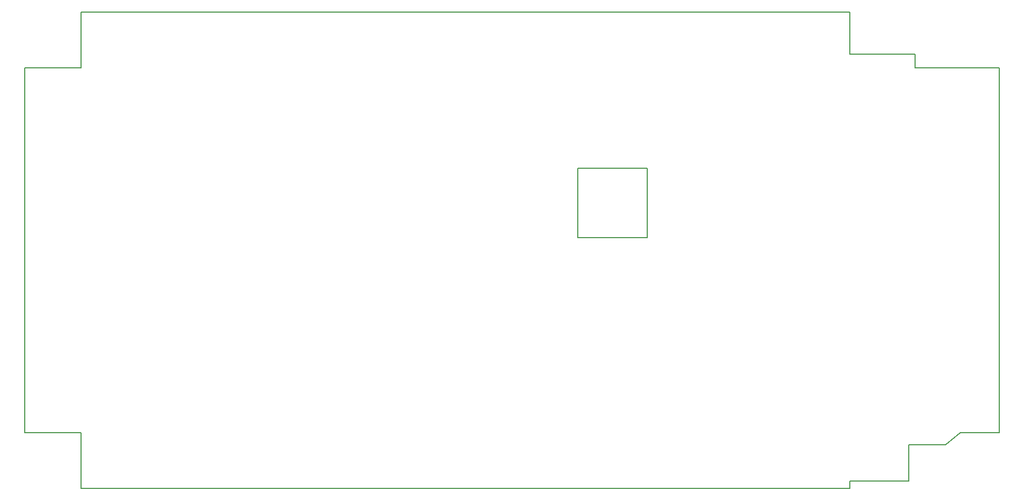
<source format=gm1>
G04 #@! TF.GenerationSoftware,KiCad,Pcbnew,(5.0.2)-1*
G04 #@! TF.CreationDate,2019-04-29T22:25:13-04:00*
G04 #@! TF.ProjectId,2p3s-pwr-pack,32703373-2d70-4777-922d-7061636b2e6b,V1*
G04 #@! TF.SameCoordinates,Original*
G04 #@! TF.FileFunction,Profile,NP*
%FSLAX46Y46*%
G04 Gerber Fmt 4.6, Leading zero omitted, Abs format (unit mm)*
G04 Created by KiCad (PCBNEW (5.0.2)-1) date 4/29/2019 10:25:13 PM*
%MOMM*%
%LPD*%
G01*
G04 APERTURE LIST*
%ADD10C,0.150000*%
G04 APERTURE END LIST*
D10*
X149352000Y-90424000D02*
X138176000Y-90424000D01*
X149352000Y-101600000D02*
X149352000Y-90424000D01*
X138176000Y-101600000D02*
X149352000Y-101600000D01*
X138176000Y-90424000D02*
X138176000Y-101600000D01*
X191500000Y-134900000D02*
X191500000Y-135700000D01*
X197400000Y-134900000D02*
X191500000Y-134900000D01*
X199800000Y-133000000D02*
X197400000Y-134900000D01*
X191500000Y-135700000D02*
X191500000Y-140800000D01*
X206000000Y-133000000D02*
X199800000Y-133000000D01*
X182000000Y-140750000D02*
X182000000Y-142000000D01*
X191500000Y-140750000D02*
X182000000Y-140750000D01*
X182000000Y-72000000D02*
X182000000Y-65250000D01*
X192500000Y-72000000D02*
X182000000Y-72000000D01*
X192500000Y-74250000D02*
X192500000Y-72000000D01*
X197000000Y-74250000D02*
X192500000Y-74250000D01*
X58250000Y-142000000D02*
X182000000Y-142000000D01*
X58250000Y-133000000D02*
X58250000Y-142000000D01*
X49250000Y-133000000D02*
X58250000Y-133000000D01*
X49250000Y-74250000D02*
X49250000Y-133000000D01*
X58250000Y-74250000D02*
X49250000Y-74250000D01*
X58250000Y-65250000D02*
X58250000Y-74250000D01*
X182000000Y-65250000D02*
X58250000Y-65250000D01*
X197250000Y-74250000D02*
X197000000Y-74250000D01*
X206000000Y-74250000D02*
X197250000Y-74250000D01*
X206000000Y-133000000D02*
X206000000Y-74250000D01*
M02*

</source>
